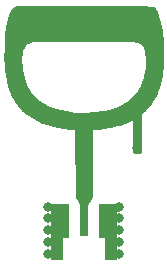
<source format=gtl>
G04 #@! TF.GenerationSoftware,KiCad,Pcbnew,(5.0.0-rc2-153-gb37969f58)*
G04 #@! TF.CreationDate,2018-07-10T17:16:08+02:00*
G04 #@! TF.ProjectId,wb001,77623030312E6B696361645F70636200,rev?*
G04 #@! TF.SameCoordinates,Original*
G04 #@! TF.FileFunction,Copper,L1,Top,Signal*
G04 #@! TF.FilePolarity,Positive*
%FSLAX46Y46*%
G04 Gerber Fmt 4.6, Leading zero omitted, Abs format (unit mm)*
G04 Created by KiCad (PCBNEW (5.0.0-rc2-153-gb37969f58)) date Tue Jul 10 17:16:08 2018*
%MOMM*%
%LPD*%
G01*
G04 APERTURE LIST*
G04 #@! TA.AperFunction,SMDPad,CuDef*
%ADD10R,0.760000X2.700000*%
G04 #@! TD*
G04 #@! TA.AperFunction,SMDPad,CuDef*
%ADD11R,1.000000X4.700000*%
G04 #@! TD*
G04 #@! TA.AperFunction,SMDPad,CuDef*
%ADD12R,1.000000X2.900000*%
G04 #@! TD*
G04 #@! TA.AperFunction,ViaPad*
%ADD13C,0.800000*%
G04 #@! TD*
G04 #@! TA.AperFunction,Conductor*
%ADD14C,0.250000*%
G04 #@! TD*
G04 #@! TA.AperFunction,Conductor*
%ADD15C,0.254000*%
G04 #@! TD*
G04 APERTURE END LIST*
D10*
G04 #@! TO.P,J101,1*
G04 #@! TO.N,Net-(AE101-Pad1)*
X157500000Y-69150000D03*
D11*
G04 #@! TO.P,J101,2*
G04 #@! TO.N,GND*
X155200000Y-70150000D03*
D12*
X155720000Y-69250000D03*
X159280000Y-69250000D03*
D11*
X159820000Y-70150000D03*
G04 #@! TD*
D13*
G04 #@! TO.N,Net-(AE101-Pad1)*
X162000000Y-63030000D03*
G04 #@! TO.N,GND*
X160500000Y-68000000D03*
X160500000Y-69000000D03*
X160500000Y-70000000D03*
X154500000Y-68000000D03*
X154500000Y-69000000D03*
X154500000Y-70000000D03*
X160500000Y-71000000D03*
X160500000Y-72000000D03*
X154500000Y-71000000D03*
X154500000Y-72000000D03*
G04 #@! TD*
D14*
G04 #@! TO.N,Net-(AE101-Pad1)*
X157500000Y-69150000D02*
X157500000Y-67170000D01*
G04 #@! TO.N,GND*
X160500000Y-68030000D02*
X159280000Y-69250000D01*
X160500000Y-68000000D02*
X160500000Y-68030000D01*
X159530000Y-69000000D02*
X159280000Y-69250000D01*
X160500000Y-69000000D02*
X159530000Y-69000000D01*
X160030000Y-70000000D02*
X159280000Y-69250000D01*
X160500000Y-70000000D02*
X160030000Y-70000000D01*
X154970000Y-70000000D02*
X155720000Y-69250000D01*
X154500000Y-70000000D02*
X154970000Y-70000000D01*
X155470000Y-69000000D02*
X155720000Y-69250000D01*
X154500000Y-69000000D02*
X155470000Y-69000000D01*
X154500000Y-68030000D02*
X155720000Y-69250000D01*
X154500000Y-68000000D02*
X154500000Y-68030000D01*
G04 #@! TD*
D15*
G04 #@! TO.N,Net-(AE101-Pad1)*
G36*
X163236154Y-51167441D02*
X163327342Y-51205612D01*
X163440266Y-51293532D01*
X163590724Y-51496781D01*
X163827138Y-52108395D01*
X164010890Y-53135244D01*
X164094112Y-54183444D01*
X164123964Y-55523827D01*
X164111109Y-56032086D01*
X164097289Y-56236430D01*
X164097263Y-56236823D01*
X164093377Y-56297052D01*
X164079571Y-56445960D01*
X164068805Y-56556554D01*
X164042206Y-56758512D01*
X164023520Y-56885379D01*
X164001953Y-57015760D01*
X163979377Y-57134531D01*
X163942048Y-57319211D01*
X163889019Y-57534276D01*
X163855722Y-57657667D01*
X163812816Y-57804915D01*
X163756660Y-57971412D01*
X163756371Y-57972281D01*
X163730445Y-58051018D01*
X163658695Y-58234817D01*
X163658635Y-58234969D01*
X163638928Y-58285644D01*
X163579413Y-58416382D01*
X163579316Y-58416596D01*
X163527526Y-58530925D01*
X163426460Y-58729169D01*
X163312458Y-58925019D01*
X163204439Y-59095320D01*
X163099219Y-59244381D01*
X162999090Y-59378535D01*
X162963309Y-59421848D01*
X162838370Y-59571190D01*
X162794346Y-59617087D01*
X162794281Y-59617156D01*
X162726281Y-59688156D01*
X162724887Y-59689634D01*
X162663932Y-59755351D01*
X162573570Y-59839946D01*
X162450258Y-59953471D01*
X162319624Y-60062496D01*
X162288506Y-60101059D01*
X162274000Y-60160038D01*
X162274962Y-63397000D01*
X161729911Y-63397000D01*
X161728000Y-60687910D01*
X161718298Y-60639316D01*
X161690739Y-60598134D01*
X161649518Y-60570633D01*
X161600910Y-60561000D01*
X161546421Y-60573326D01*
X161155358Y-60759452D01*
X160746519Y-60920629D01*
X160557668Y-60983904D01*
X160316724Y-61055695D01*
X160069880Y-61120602D01*
X159829471Y-61174793D01*
X159584978Y-61224086D01*
X159337644Y-61265473D01*
X159106691Y-61298043D01*
X158845367Y-61328729D01*
X158605416Y-61352428D01*
X158242322Y-61377297D01*
X158194495Y-61390263D01*
X158155271Y-61420544D01*
X158130621Y-61463531D01*
X158124000Y-61503754D01*
X158113065Y-67146272D01*
X157502586Y-68218735D01*
X156936642Y-67177070D01*
X156876006Y-61715885D01*
X156877994Y-61505198D01*
X156868786Y-61456508D01*
X156841646Y-61415049D01*
X156800705Y-61387131D01*
X156760420Y-61377350D01*
X156279065Y-61341547D01*
X155803662Y-61286198D01*
X155330147Y-61208266D01*
X154866555Y-61104917D01*
X154409544Y-60972236D01*
X153961318Y-60808443D01*
X153530046Y-60610898D01*
X153118313Y-60375762D01*
X152732577Y-60103019D01*
X152377765Y-59793896D01*
X152203559Y-59604118D01*
X152203188Y-59603715D01*
X152058046Y-59446962D01*
X151779146Y-59067969D01*
X151539662Y-58661040D01*
X151340788Y-58230147D01*
X151183477Y-57784596D01*
X151061963Y-57324016D01*
X150973578Y-56854595D01*
X150916507Y-56383268D01*
X150885916Y-55909596D01*
X150878022Y-55523820D01*
X150878422Y-55501045D01*
X152125196Y-55501045D01*
X152171196Y-56329045D01*
X152173382Y-56346481D01*
X152328382Y-57135481D01*
X152334638Y-57157038D01*
X152623638Y-57900038D01*
X152636133Y-57924151D01*
X153074133Y-58585151D01*
X153093662Y-58608138D01*
X153682662Y-59154138D01*
X153704311Y-59170290D01*
X154395311Y-59579290D01*
X154416406Y-59589284D01*
X155163406Y-59862284D01*
X155179922Y-59867080D01*
X155958922Y-60037080D01*
X155972045Y-60039231D01*
X156768045Y-60127231D01*
X156778487Y-60127951D01*
X157573487Y-60149951D01*
X157582386Y-60149886D01*
X158383386Y-60115886D01*
X158394182Y-60114965D01*
X159188182Y-60012965D01*
X159202243Y-60010347D01*
X159981243Y-59819347D01*
X159998770Y-59813673D01*
X160737770Y-59513673D01*
X160758901Y-59502685D01*
X161430901Y-59068685D01*
X161452675Y-59050922D01*
X162010675Y-58481922D01*
X162028789Y-58458528D01*
X162440789Y-57774528D01*
X162452096Y-57750303D01*
X162712096Y-56994303D01*
X162717285Y-56973801D01*
X162848285Y-56184801D01*
X162849879Y-56169534D01*
X162877879Y-55527534D01*
X162877362Y-55509283D01*
X162814362Y-54883283D01*
X162807315Y-54852493D01*
X162675315Y-54490493D01*
X162659540Y-54460458D01*
X162507540Y-54246458D01*
X162484482Y-54221757D01*
X162307482Y-54076757D01*
X162278772Y-54059031D01*
X162054772Y-53959031D01*
X162022311Y-53949477D01*
X161697311Y-53899477D01*
X161678256Y-53898000D01*
X161182256Y-53897000D01*
X153449000Y-53897000D01*
X153436333Y-53897633D01*
X153017333Y-53939633D01*
X152981874Y-53948472D01*
X152749874Y-54043472D01*
X152720458Y-54060420D01*
X152541458Y-54198420D01*
X152517991Y-54222018D01*
X152360991Y-54428018D01*
X152344059Y-54457894D01*
X152211059Y-54790894D01*
X152202866Y-54823195D01*
X152125866Y-55479195D01*
X152125196Y-55501045D01*
X150878422Y-55501045D01*
X150896929Y-54449156D01*
X150962430Y-53416018D01*
X151111182Y-52375738D01*
X151372512Y-51567550D01*
X151534402Y-51322479D01*
X151653566Y-51218930D01*
X151753127Y-51170681D01*
X151857831Y-51151000D01*
X162487622Y-51151000D01*
X163236154Y-51167441D01*
X163236154Y-51167441D01*
G37*
X163236154Y-51167441D02*
X163327342Y-51205612D01*
X163440266Y-51293532D01*
X163590724Y-51496781D01*
X163827138Y-52108395D01*
X164010890Y-53135244D01*
X164094112Y-54183444D01*
X164123964Y-55523827D01*
X164111109Y-56032086D01*
X164097289Y-56236430D01*
X164097263Y-56236823D01*
X164093377Y-56297052D01*
X164079571Y-56445960D01*
X164068805Y-56556554D01*
X164042206Y-56758512D01*
X164023520Y-56885379D01*
X164001953Y-57015760D01*
X163979377Y-57134531D01*
X163942048Y-57319211D01*
X163889019Y-57534276D01*
X163855722Y-57657667D01*
X163812816Y-57804915D01*
X163756660Y-57971412D01*
X163756371Y-57972281D01*
X163730445Y-58051018D01*
X163658695Y-58234817D01*
X163658635Y-58234969D01*
X163638928Y-58285644D01*
X163579413Y-58416382D01*
X163579316Y-58416596D01*
X163527526Y-58530925D01*
X163426460Y-58729169D01*
X163312458Y-58925019D01*
X163204439Y-59095320D01*
X163099219Y-59244381D01*
X162999090Y-59378535D01*
X162963309Y-59421848D01*
X162838370Y-59571190D01*
X162794346Y-59617087D01*
X162794281Y-59617156D01*
X162726281Y-59688156D01*
X162724887Y-59689634D01*
X162663932Y-59755351D01*
X162573570Y-59839946D01*
X162450258Y-59953471D01*
X162319624Y-60062496D01*
X162288506Y-60101059D01*
X162274000Y-60160038D01*
X162274962Y-63397000D01*
X161729911Y-63397000D01*
X161728000Y-60687910D01*
X161718298Y-60639316D01*
X161690739Y-60598134D01*
X161649518Y-60570633D01*
X161600910Y-60561000D01*
X161546421Y-60573326D01*
X161155358Y-60759452D01*
X160746519Y-60920629D01*
X160557668Y-60983904D01*
X160316724Y-61055695D01*
X160069880Y-61120602D01*
X159829471Y-61174793D01*
X159584978Y-61224086D01*
X159337644Y-61265473D01*
X159106691Y-61298043D01*
X158845367Y-61328729D01*
X158605416Y-61352428D01*
X158242322Y-61377297D01*
X158194495Y-61390263D01*
X158155271Y-61420544D01*
X158130621Y-61463531D01*
X158124000Y-61503754D01*
X158113065Y-67146272D01*
X157502586Y-68218735D01*
X156936642Y-67177070D01*
X156876006Y-61715885D01*
X156877994Y-61505198D01*
X156868786Y-61456508D01*
X156841646Y-61415049D01*
X156800705Y-61387131D01*
X156760420Y-61377350D01*
X156279065Y-61341547D01*
X155803662Y-61286198D01*
X155330147Y-61208266D01*
X154866555Y-61104917D01*
X154409544Y-60972236D01*
X153961318Y-60808443D01*
X153530046Y-60610898D01*
X153118313Y-60375762D01*
X152732577Y-60103019D01*
X152377765Y-59793896D01*
X152203559Y-59604118D01*
X152203188Y-59603715D01*
X152058046Y-59446962D01*
X151779146Y-59067969D01*
X151539662Y-58661040D01*
X151340788Y-58230147D01*
X151183477Y-57784596D01*
X151061963Y-57324016D01*
X150973578Y-56854595D01*
X150916507Y-56383268D01*
X150885916Y-55909596D01*
X150878022Y-55523820D01*
X150878422Y-55501045D01*
X152125196Y-55501045D01*
X152171196Y-56329045D01*
X152173382Y-56346481D01*
X152328382Y-57135481D01*
X152334638Y-57157038D01*
X152623638Y-57900038D01*
X152636133Y-57924151D01*
X153074133Y-58585151D01*
X153093662Y-58608138D01*
X153682662Y-59154138D01*
X153704311Y-59170290D01*
X154395311Y-59579290D01*
X154416406Y-59589284D01*
X155163406Y-59862284D01*
X155179922Y-59867080D01*
X155958922Y-60037080D01*
X155972045Y-60039231D01*
X156768045Y-60127231D01*
X156778487Y-60127951D01*
X157573487Y-60149951D01*
X157582386Y-60149886D01*
X158383386Y-60115886D01*
X158394182Y-60114965D01*
X159188182Y-60012965D01*
X159202243Y-60010347D01*
X159981243Y-59819347D01*
X159998770Y-59813673D01*
X160737770Y-59513673D01*
X160758901Y-59502685D01*
X161430901Y-59068685D01*
X161452675Y-59050922D01*
X162010675Y-58481922D01*
X162028789Y-58458528D01*
X162440789Y-57774528D01*
X162452096Y-57750303D01*
X162712096Y-56994303D01*
X162717285Y-56973801D01*
X162848285Y-56184801D01*
X162849879Y-56169534D01*
X162877879Y-55527534D01*
X162877362Y-55509283D01*
X162814362Y-54883283D01*
X162807315Y-54852493D01*
X162675315Y-54490493D01*
X162659540Y-54460458D01*
X162507540Y-54246458D01*
X162484482Y-54221757D01*
X162307482Y-54076757D01*
X162278772Y-54059031D01*
X162054772Y-53959031D01*
X162022311Y-53949477D01*
X161697311Y-53899477D01*
X161678256Y-53898000D01*
X161182256Y-53897000D01*
X153449000Y-53897000D01*
X153436333Y-53897633D01*
X153017333Y-53939633D01*
X152981874Y-53948472D01*
X152749874Y-54043472D01*
X152720458Y-54060420D01*
X152541458Y-54198420D01*
X152517991Y-54222018D01*
X152360991Y-54428018D01*
X152344059Y-54457894D01*
X152211059Y-54790894D01*
X152202866Y-54823195D01*
X152125866Y-55479195D01*
X152125196Y-55501045D01*
X150878422Y-55501045D01*
X150896929Y-54449156D01*
X150962430Y-53416018D01*
X151111182Y-52375738D01*
X151372512Y-51567550D01*
X151534402Y-51322479D01*
X151653566Y-51218930D01*
X151753127Y-51170681D01*
X151857831Y-51151000D01*
X162487622Y-51151000D01*
X163236154Y-51167441D01*
G04 #@! TD*
M02*

</source>
